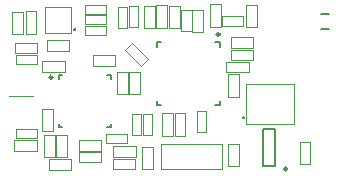
<source format=gto>
%TF.GenerationSoftware,Altium Limited,Altium Designer,24.5.2 (23)*%
G04 Layer_Color=65535*
%FSLAX45Y45*%
%MOMM*%
%TF.SameCoordinates,D9EDD973-4EFE-478D-9CC6-8A1B8994CF0D*%
%TF.FilePolarity,Positive*%
%TF.FileFunction,Legend,Top*%
%TF.Part,Single*%
G01*
G75*
%TA.AperFunction,NonConductor*%
%ADD39C,0.25000*%
%ADD40C,0.25400*%
%ADD41C,0.20000*%
%ADD42C,0.05000*%
%ADD43C,0.10000*%
D39*
X-62087Y836400D02*
G03*
X-62087Y836400I-12500J0D01*
G01*
X1925361Y60471D02*
G03*
X1925361Y60471I-12500J0D01*
G01*
X1354196Y1198287D02*
G03*
X1354196Y1198287I-12500J0D01*
G01*
D40*
X128075Y1238482D02*
G03*
X128075Y1238482I-5000J0D01*
G01*
X1556348Y494222D02*
G03*
X1556348Y494222I-5000J0D01*
G01*
D41*
X-9587Y411400D02*
X20412D01*
X-9588Y441400D02*
X-9587Y411400D01*
X400412D02*
X430412Y411400D01*
X430413Y441400D01*
X430412Y821400D02*
Y851400D01*
X400412D02*
X430412D01*
X-9587Y851400D02*
X20412Y851400D01*
X-9587Y821400D02*
Y851400D01*
X2213759Y1247376D02*
X2283759D01*
X2213759Y1374376D02*
X2283759D01*
X1725361Y85471D02*
Y395471D01*
X1825361Y85471D02*
Y395471D01*
X1725361D02*
X1825361D01*
X1725361Y85471D02*
X1825361D01*
X1316696Y1133287D02*
X1356696D01*
Y1093287D02*
Y1133287D01*
Y598287D02*
Y638287D01*
X1316696Y598287D02*
X1356696D01*
X821696D02*
X861696D01*
X821696D02*
Y638287D01*
Y1133287D02*
X861696D01*
X821696Y1093287D02*
Y1133287D01*
D42*
X1025159Y1225642D02*
Y1405049D01*
X1116226Y1225642D02*
Y1405049D01*
X1025159Y1225642D02*
X1116226D01*
X1025159Y1405049D02*
X1116226D01*
X468990Y932075D02*
Y1022766D01*
X278462Y932075D02*
Y1022766D01*
Y932075D02*
X468990Y932075D01*
X278462Y1022766D02*
X468990Y1022766D01*
X586256Y693532D02*
X676947D01*
X586256Y884060D02*
X676947D01*
X586256D02*
X586256Y693532D01*
X676947D02*
X676947Y884060D01*
X487575Y692310D02*
X578266D01*
X487575Y882838D02*
X578267D01*
X487575D02*
X487575Y692310D01*
X578266D02*
X578267Y882838D01*
X-147555Y378500D02*
X-56864Y378500D01*
X-147555Y569027D02*
X-56864D01*
X-147555Y378500D02*
Y569027D01*
X-56864Y378500D02*
Y569027D01*
X-383363Y211581D02*
Y302273D01*
X-192835Y211581D02*
Y302273D01*
X-383363D02*
X-192835D01*
X-383363Y211581D02*
X-192835D01*
X-195120Y947006D02*
X-195119Y1023206D01*
X-372921Y947006D02*
X-372921Y1023206D01*
X-372921Y947006D02*
X-195120D01*
X-372921Y1023206D02*
X-195119D01*
X-193686Y394268D02*
X-193686Y318067D01*
X-371488Y394268D02*
X-371487Y318067D01*
X-193686D01*
X-371488Y394268D02*
X-193686D01*
X-381570Y1039405D02*
Y1130097D01*
X-191043Y1039405D02*
Y1130097D01*
X-381570D02*
X-191043D01*
X-381570Y1039405D02*
X-191043D01*
X-145889Y882234D02*
Y972925D01*
X44637Y882234D02*
Y972925D01*
X-145889D02*
X44637D01*
X-145889Y882234D02*
X44637D01*
X352462Y305479D02*
X352463Y214788D01*
X161935Y305479D02*
X161935Y214788D01*
X352463D01*
X161935Y305479D02*
X352462Y305479D01*
X351571Y116151D02*
Y206843D01*
X161044Y116151D02*
Y206843D01*
Y116151D02*
X351571Y116151D01*
X161044Y206843D02*
X351571Y206843D01*
X390135Y277583D02*
Y353783D01*
X567937Y277583D02*
Y353783D01*
X390135D02*
X567937D01*
X390135Y277583D02*
X567937D01*
X454710Y146809D02*
X454711Y55743D01*
X634117Y55742D02*
Y146809D01*
X454710D02*
X634117D01*
X454711Y55743D02*
X634117Y55742D01*
X-29570Y160375D02*
X61121D01*
X-29570Y350903D02*
X61121D01*
X-29570D02*
X-29570Y160375D01*
X61121D02*
X61121Y350903D01*
X-90608Y144238D02*
X-90608Y53547D01*
X99920Y53547D02*
Y144238D01*
X-90608D02*
X99920D01*
X-90608Y53547D02*
X99920Y53547D01*
X696006Y247202D02*
X786697Y247203D01*
X696005Y56675D02*
X786697D01*
X786697Y247203D02*
X786697Y56675D01*
X696005D02*
X696006Y247202D01*
X-131117Y160077D02*
X-40426Y160076D01*
X-131117Y350604D02*
X-40426D01*
X-131117Y160077D02*
X-131117Y350604D01*
X-40426Y160076D02*
X-40426Y350604D01*
X645439Y250253D02*
X645439Y159562D01*
X454911Y250253D02*
X454912Y159562D01*
X645439D01*
X454911Y250253D02*
X645439D01*
X-289361Y1392973D02*
X-198669D01*
X-289361Y1202446D02*
X-198669D01*
Y1392973D01*
X-289361Y1202446D02*
Y1392973D01*
X99464Y1209267D02*
Y1429269D01*
X-120537Y1209267D02*
Y1429269D01*
Y1209267D02*
X99464D01*
X-120537Y1429269D02*
X99464D01*
X393700Y1282699D02*
Y1358900D01*
X215898Y1282699D02*
Y1358900D01*
Y1282699D02*
X393700D01*
X215898Y1358900D02*
X393700D01*
X-400535Y1392619D02*
X-309844D01*
X-400535Y1202092D02*
X-309844D01*
Y1392619D01*
X-400535Y1202092D02*
Y1392619D01*
X82389Y1059075D02*
Y1149767D01*
X-108138Y1059075D02*
Y1149767D01*
Y1059075D02*
X82389D01*
X-108138Y1149767D02*
X82389D01*
X684899Y930210D02*
X749027Y994338D01*
X550175Y1064933D02*
X614304Y1129061D01*
X550175Y1064933D02*
X684899Y930210D01*
X614304Y1129061D02*
X749027Y994338D01*
X973288Y340116D02*
X1063979D01*
X973288Y530644D02*
X1063979D01*
X973288Y340116D02*
Y530644D01*
X1063979Y340116D02*
Y530644D01*
X868497Y531354D02*
X959188D01*
X868497Y340827D02*
X959188D01*
Y531354D01*
X868497Y340827D02*
Y531354D01*
X1601214Y877745D02*
Y968436D01*
X1410687Y877745D02*
Y968436D01*
Y877745D02*
X1601214D01*
X1410687Y968436D02*
X1601214D01*
X1425377Y670664D02*
X1516068D01*
X1425377Y861191D02*
X1516068D01*
X1425377Y670664D02*
Y861191D01*
X1516068Y670664D02*
Y861191D01*
X713249Y1442831D02*
X803940D01*
X713249Y1252303D02*
X803940D01*
Y1442831D01*
X713249Y1252303D02*
Y1442831D01*
X1213761Y1215577D02*
Y1406104D01*
X1123070Y1215577D02*
Y1406104D01*
X1213761D01*
X1123070Y1215577D02*
X1213761D01*
X816612Y1253284D02*
Y1443811D01*
X907303Y1253284D02*
Y1443811D01*
X816612Y1253284D02*
X907303D01*
X816612Y1443811D02*
X907303D01*
X1638445Y979807D02*
Y1070498D01*
X1447918Y979807D02*
Y1070498D01*
Y979807D02*
X1638445D01*
X1447918Y1070498D02*
X1638445D01*
X925375Y1251309D02*
X1016066D01*
X925375Y1441836D02*
X1016066D01*
X925375Y1251309D02*
Y1441836D01*
X1016066Y1251309D02*
Y1441836D01*
X1639315Y1084209D02*
Y1174900D01*
X1448787Y1084209D02*
Y1174900D01*
Y1084209D02*
X1639315D01*
X1448787Y1174900D02*
X1639315D01*
X1272414Y1452806D02*
X1363105D01*
X1272414Y1262279D02*
X1363105D01*
Y1452806D01*
X1272414Y1262279D02*
Y1452806D01*
X1580737Y1449074D02*
X1671428D01*
X1580737Y1258546D02*
X1671428D01*
Y1449074D01*
X1580737Y1258546D02*
Y1449074D01*
X2032223Y289871D02*
X2122914D01*
X2032223Y99344D02*
X2122914D01*
Y289871D01*
X2032223Y99344D02*
Y289871D01*
X1518067Y82711D02*
Y273238D01*
X1427375Y82711D02*
Y273238D01*
X1518067D01*
X1427375Y82711D02*
X1518067D01*
X861757Y271498D02*
X1371758D01*
X861757Y61497D02*
X1371758D01*
X861757D02*
Y271498D01*
X1371758Y61497D02*
Y271498D01*
X1556074Y1265911D02*
Y1356978D01*
X1376667Y1265911D02*
Y1356978D01*
Y1265911D02*
X1556074D01*
X1376667Y1356978D02*
X1556074D01*
X589433Y1439357D02*
X665633D01*
X589433Y1261556D02*
X665633D01*
Y1439357D01*
X589433Y1261556D02*
Y1439357D01*
X692342Y348934D02*
Y526735D01*
X616142Y348934D02*
Y526735D01*
X692342D01*
X616142Y348934D02*
X692342D01*
X781242D02*
Y526735D01*
X705042Y348934D02*
Y526735D01*
X781242D01*
X705042Y348934D02*
X781242D01*
X393700Y1371599D02*
Y1447800D01*
X215898Y1371599D02*
Y1447800D01*
Y1371599D02*
X393700D01*
X215898Y1447800D02*
X393700D01*
Y1193799D02*
Y1270000D01*
X215898Y1193799D02*
Y1270000D01*
Y1193799D02*
X393700D01*
X215898Y1270000D02*
X393700D01*
X497338Y1426947D02*
X573539D01*
X497338Y1249146D02*
X573539D01*
Y1426947D01*
X497338Y1249146D02*
Y1426947D01*
X1576348Y439222D02*
Y779222D01*
X1986348Y439222D02*
Y779222D01*
X1576348D02*
X1986348D01*
X1576348Y439222D02*
X1986348D01*
X1163596Y368716D02*
X1239796D01*
X1163596Y546518D02*
X1239796D01*
X1163596Y368716D02*
Y546518D01*
X1239796Y368716D02*
Y546518D01*
D43*
X-432086Y673142D02*
X-228886D01*
%TF.MD5,216078160e753df3c734bec28de678c5*%
M02*

</source>
